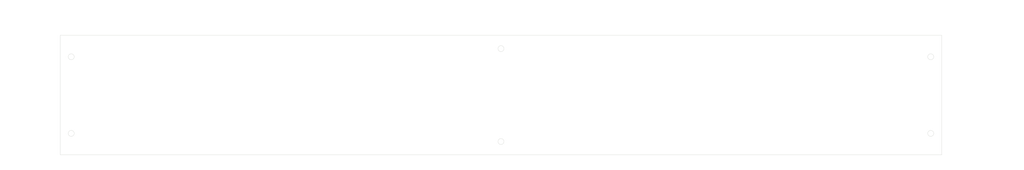
<source format=kicad_pcb>
(kicad_pcb (version 20171130) (host pcbnew "(5.1.8)-1")

  (general
    (thickness 1.6)
    (drawings 25)
    (tracks 0)
    (zones 0)
    (modules 0)
    (nets 1)
  )

  (page A3)
  (title_block
    (title "GL516 Bottom plate Dimensional drawing")
    (date 2022-01-03)
  )

  (layers
    (0 F.Cu signal)
    (31 B.Cu signal)
    (32 B.Adhes user)
    (33 F.Adhes user)
    (34 B.Paste user)
    (35 F.Paste user)
    (36 B.SilkS user)
    (37 F.SilkS user)
    (38 B.Mask user)
    (39 F.Mask user)
    (40 Dwgs.User user)
    (41 Cmts.User user)
    (42 Eco1.User user)
    (43 Eco2.User user)
    (44 Edge.Cuts user)
    (45 Margin user)
    (46 B.CrtYd user)
    (47 F.CrtYd user)
    (48 B.Fab user)
    (49 F.Fab user)
  )

  (setup
    (last_trace_width 0.25)
    (user_trace_width 0.5)
    (user_trace_width 0.5)
    (trace_clearance 0.2)
    (zone_clearance 0.508)
    (zone_45_only no)
    (trace_min 0)
    (via_size 0.8)
    (via_drill 0.4)
    (via_min_size 0.4)
    (via_min_drill 0.3)
    (uvia_size 0.3)
    (uvia_drill 0.1)
    (uvias_allowed no)
    (uvia_min_size 0.2)
    (uvia_min_drill 0.1)
    (edge_width 0.1)
    (segment_width 0.2)
    (pcb_text_width 0.3)
    (pcb_text_size 1.5 1.5)
    (mod_edge_width 0.15)
    (mod_text_size 1 1)
    (mod_text_width 0.15)
    (pad_size 1.524 1.524)
    (pad_drill 0)
    (pad_to_mask_clearance 0)
    (solder_mask_min_width 0.25)
    (aux_axis_origin 0 0)
    (visible_elements 7FFFFFFF)
    (pcbplotparams
      (layerselection 0x010f0_ffffffff)
      (usegerberextensions true)
      (usegerberattributes false)
      (usegerberadvancedattributes false)
      (creategerberjobfile false)
      (excludeedgelayer true)
      (linewidth 0.100000)
      (plotframeref false)
      (viasonmask false)
      (mode 1)
      (useauxorigin false)
      (hpglpennumber 1)
      (hpglpenspeed 20)
      (hpglpendiameter 15.000000)
      (psnegative false)
      (psa4output false)
      (plotreference true)
      (plotvalue true)
      (plotinvisibletext false)
      (padsonsilk false)
      (subtractmaskfromsilk false)
      (outputformat 1)
      (mirror false)
      (drillshape 0)
      (scaleselection 1)
      (outputdirectory "../../発注/20200116_PCBA/7sPro/"))
  )

  (net 0 "")

  (net_class Default "これはデフォルトのネット クラスです。"
    (clearance 0.2)
    (trace_width 0.25)
    (via_dia 0.8)
    (via_drill 0.4)
    (uvia_dia 0.3)
    (uvia_drill 0.1)
  )

  (gr_text 6-Φ2.2 (at 380.25 88.6) (layer Eco1.User)
    (effects (font (size 2 2) (thickness 0.2)) (justify left))
  )
  (gr_line (start 379.25 90.1) (end 366.027935 107.222065) (layer Eco1.User) (width 0.15))
  (gr_line (start 379.25 90.1) (end 394.25 90.1) (layer Eco1.User) (width 0.15))
  (dimension 4.9 (width 0.15) (layer Eco1.User)
    (gr_text "4.900 mm" (at 376.6 141.676) (layer Eco1.User)
      (effects (font (size 2 2) (thickness 0.2)) (justify left))
    )
    (feature1 (pts (xy 207.375 144.126) (xy 374.836421 144.126)))
    (feature2 (pts (xy 207.375 139.226) (xy 374.836421 139.226)))
    (crossbar (pts (xy 374.25 139.226) (xy 374.25 144.126)))
    (arrow1a (pts (xy 374.25 144.126) (xy 373.663579 142.999496)))
    (arrow1b (pts (xy 374.25 144.126) (xy 374.836421 142.999496)))
    (arrow2a (pts (xy 374.25 139.226) (xy 373.663579 140.352504)))
    (arrow2b (pts (xy 374.25 139.226) (xy 374.836421 140.352504)))
  )
  (dimension 34.226 (width 0.15) (layer Eco1.User)
    (gr_text "34.226 mm" (at 376.6 122.113 270) (layer Eco1.User)
      (effects (font (size 2 2) (thickness 0.2)))
    )
    (feature1 (pts (xy 207.375 139.226) (xy 374.836421 139.226)))
    (feature2 (pts (xy 207.375 105) (xy 374.836421 105)))
    (crossbar (pts (xy 374.25 105) (xy 374.25 139.226)))
    (arrow1a (pts (xy 374.25 139.226) (xy 373.663579 138.099496)))
    (arrow1b (pts (xy 374.25 139.226) (xy 374.836421 138.099496)))
    (arrow2a (pts (xy 374.25 105) (xy 373.663579 106.126504)))
    (arrow2b (pts (xy 374.25 105) (xy 374.836421 106.126504)))
  )
  (dimension 4.9 (width 0.15) (layer Eco1.User)
    (gr_text "4.900 mm" (at 376.6 102.55) (layer Eco1.User)
      (effects (font (size 2 2) (thickness 0.2)) (justify left))
    )
    (feature1 (pts (xy 207.375 100.1) (xy 374.836421 100.1)))
    (feature2 (pts (xy 207.375 105) (xy 374.836421 105)))
    (crossbar (pts (xy 374.25 105) (xy 374.25 100.1)))
    (arrow1a (pts (xy 374.25 100.1) (xy 374.836421 101.226504)))
    (arrow1b (pts (xy 374.25 100.1) (xy 373.663579 101.226504)))
    (arrow2a (pts (xy 374.25 105) (xy 374.836421 103.873496)))
    (arrow2b (pts (xy 374.25 105) (xy 373.663579 103.873496)))
  )
  (dimension 4 (width 0.15) (layer Eco1.User)
    (gr_text "4.000 mm" (at 367.25 151.476 90) (layer Eco1.User)
      (effects (font (size 2 2) (thickness 0.2)) (justify right))
    )
    (feature1 (pts (xy 369.25 136.226) (xy 369.25 149.712421)))
    (feature2 (pts (xy 365.25 136.226) (xy 365.25 149.712421)))
    (crossbar (pts (xy 365.25 149.126) (xy 369.25 149.126)))
    (arrow1a (pts (xy 369.25 149.126) (xy 368.123496 149.712421)))
    (arrow1b (pts (xy 369.25 149.126) (xy 368.123496 148.539579)))
    (arrow2a (pts (xy 365.25 149.126) (xy 366.376504 149.712421)))
    (arrow2b (pts (xy 365.25 149.126) (xy 366.376504 148.539579)))
  )
  (dimension 157.875 (width 0.15) (layer Eco1.User)
    (gr_text "157.875 mm" (at 286.3125 151.476) (layer Eco1.User)
      (effects (font (size 2 2) (thickness 0.2)))
    )
    (feature1 (pts (xy 207.375 136.226) (xy 207.375 149.712421)))
    (feature2 (pts (xy 365.25 136.226) (xy 365.25 149.712421)))
    (crossbar (pts (xy 365.25 149.126) (xy 207.375 149.126)))
    (arrow1a (pts (xy 207.375 149.126) (xy 208.501504 148.539579)))
    (arrow1b (pts (xy 207.375 149.126) (xy 208.501504 149.712421)))
    (arrow2a (pts (xy 365.25 149.126) (xy 364.123496 148.539579)))
    (arrow2b (pts (xy 365.25 149.126) (xy 364.123496 149.712421)))
  )
  (dimension 157.875 (width 0.15) (layer Eco1.User)
    (gr_text "157.875 mm" (at 128.4375 151.476) (layer Eco1.User)
      (effects (font (size 2 2) (thickness 0.2)))
    )
    (feature1 (pts (xy 207.375 136.226) (xy 207.375 149.712421)))
    (feature2 (pts (xy 49.5 136.226) (xy 49.5 149.712421)))
    (crossbar (pts (xy 49.5 149.126) (xy 207.375 149.126)))
    (arrow1a (pts (xy 207.375 149.126) (xy 206.248496 149.712421)))
    (arrow1b (pts (xy 207.375 149.126) (xy 206.248496 148.539579)))
    (arrow2a (pts (xy 49.5 149.126) (xy 50.626504 149.712421)))
    (arrow2b (pts (xy 49.5 149.126) (xy 50.626504 148.539579)))
  )
  (dimension 4 (width 0.15) (layer Eco1.User)
    (gr_text "4.000 mm" (at 47.5 151.476 90) (layer Eco1.User)
      (effects (font (size 2 2) (thickness 0.2)) (justify right))
    )
    (feature1 (pts (xy 45.5 136.226) (xy 45.5 149.712421)))
    (feature2 (pts (xy 49.5 136.226) (xy 49.5 149.712421)))
    (crossbar (pts (xy 49.5 149.126) (xy 45.5 149.126)))
    (arrow1a (pts (xy 45.5 149.126) (xy 46.626504 148.539579)))
    (arrow1b (pts (xy 45.5 149.126) (xy 46.626504 149.712421)))
    (arrow2a (pts (xy 49.5 149.126) (xy 48.373496 148.539579)))
    (arrow2b (pts (xy 49.5 149.126) (xy 48.373496 149.712421)))
  )
  (dimension 7.9 (width 0.15) (layer Eco1.User)
    (gr_text "7.900 mm" (at 38.15 140.176) (layer Eco1.User)
      (effects (font (size 2 2) (thickness 0.2)) (justify right))
    )
    (feature1 (pts (xy 49.5 144.126) (xy 39.913579 144.126)))
    (feature2 (pts (xy 49.5 136.226) (xy 39.913579 136.226)))
    (crossbar (pts (xy 40.5 136.226) (xy 40.5 144.126)))
    (arrow1a (pts (xy 40.5 144.126) (xy 39.913579 142.999496)))
    (arrow1b (pts (xy 40.5 144.126) (xy 41.086421 142.999496)))
    (arrow2a (pts (xy 40.5 136.226) (xy 39.913579 137.352504)))
    (arrow2b (pts (xy 40.5 136.226) (xy 41.086421 137.352504)))
  )
  (dimension 28.226 (width 0.15) (layer Eco1.User)
    (gr_text "28.226 mm" (at 38.15 122.113 90) (layer Eco1.User)
      (effects (font (size 2 2) (thickness 0.2)))
    )
    (feature1 (pts (xy 49.5 108) (xy 39.913579 108)))
    (feature2 (pts (xy 49.5 136.226) (xy 39.913579 136.226)))
    (crossbar (pts (xy 40.5 136.226) (xy 40.5 108)))
    (arrow1a (pts (xy 40.5 108) (xy 41.086421 109.126504)))
    (arrow1b (pts (xy 40.5 108) (xy 39.913579 109.126504)))
    (arrow2a (pts (xy 40.5 136.226) (xy 41.086421 135.099496)))
    (arrow2b (pts (xy 40.5 136.226) (xy 39.913579 135.099496)))
  )
  (dimension 7.9 (width 0.15) (layer Eco1.User)
    (gr_text "7.900 mm" (at 38.15 104.05) (layer Eco1.User)
      (effects (font (size 2 2) (thickness 0.2)) (justify right))
    )
    (feature1 (pts (xy 49.5 100.1) (xy 39.913579 100.1)))
    (feature2 (pts (xy 49.5 108) (xy 39.913579 108)))
    (crossbar (pts (xy 40.5 108) (xy 40.5 100.1)))
    (arrow1a (pts (xy 40.5 100.1) (xy 41.086421 101.226504)))
    (arrow1b (pts (xy 40.5 100.1) (xy 39.913579 101.226504)))
    (arrow2a (pts (xy 40.5 108) (xy 41.086421 106.873496)))
    (arrow2b (pts (xy 40.5 108) (xy 39.913579 106.873496)))
  )
  (dimension 44.026 (width 0.15) (layer Eco1.User)
    (gr_text "44.026 mm" (at 396.6 122.113 270) (layer Eco1.User)
      (effects (font (size 2 2) (thickness 0.2)))
    )
    (feature1 (pts (xy 369.25 144.126) (xy 394.836421 144.126)))
    (feature2 (pts (xy 369.25 100.1) (xy 394.836421 100.1)))
    (crossbar (pts (xy 394.25 100.1) (xy 394.25 144.126)))
    (arrow1a (pts (xy 394.25 144.126) (xy 393.663579 142.999496)))
    (arrow1b (pts (xy 394.25 144.126) (xy 394.836421 142.999496)))
    (arrow2a (pts (xy 394.25 100.1) (xy 393.663579 101.226504)))
    (arrow2b (pts (xy 394.25 100.1) (xy 394.836421 101.226504)))
  )
  (dimension 323.75 (width 0.15) (layer Eco1.User)
    (gr_text "323.750 mm" (at 207.375 92.75) (layer Eco1.User)
      (effects (font (size 2 2) (thickness 0.2)))
    )
    (feature1 (pts (xy 369.25 100.1) (xy 369.25 94.513579)))
    (feature2 (pts (xy 45.5 100.1) (xy 45.5 94.513579)))
    (crossbar (pts (xy 45.5 95.1) (xy 369.25 95.1)))
    (arrow1a (pts (xy 369.25 95.1) (xy 368.123496 95.686421)))
    (arrow1b (pts (xy 369.25 95.1) (xy 368.123496 94.513579)))
    (arrow2a (pts (xy 45.5 95.1) (xy 46.626504 95.686421)))
    (arrow2b (pts (xy 45.5 95.1) (xy 46.626504 94.513579)))
  )
  (gr_circle (center 365.25 136.226) (end 366.35 136.226) (layer Edge.Cuts) (width 0.1) (tstamp 61D2BA7E))
  (gr_circle (center 207.375 139.226) (end 208.475 139.226) (layer Edge.Cuts) (width 0.1) (tstamp 61D2BA7E))
  (gr_circle (center 49.5 136.226) (end 50.6 136.226) (layer Edge.Cuts) (width 0.1) (tstamp 61D2BA7E))
  (gr_circle (center 365.25 108) (end 366.35 108) (layer Edge.Cuts) (width 0.1) (tstamp 61D2BA7E))
  (gr_circle (center 207.375 105) (end 208.475 105) (layer Edge.Cuts) (width 0.1) (tstamp 61D2BA7E))
  (gr_circle (center 49.5 108) (end 50.6 108) (layer Edge.Cuts) (width 0.1))
  (gr_line (start 45.5 100.1) (end 369.25 100.1) (layer Edge.Cuts) (width 0.1) (tstamp 605227A5))
  (gr_line (start 369.25 144.126) (end 369.25 100.1) (layer Edge.Cuts) (width 0.1))
  (gr_line (start 45.5 144.126) (end 369.25 144.126) (layer Edge.Cuts) (width 0.1))
  (gr_line (start 45.5 100.1) (end 45.5 144.126) (layer Edge.Cuts) (width 0.1))

)

</source>
